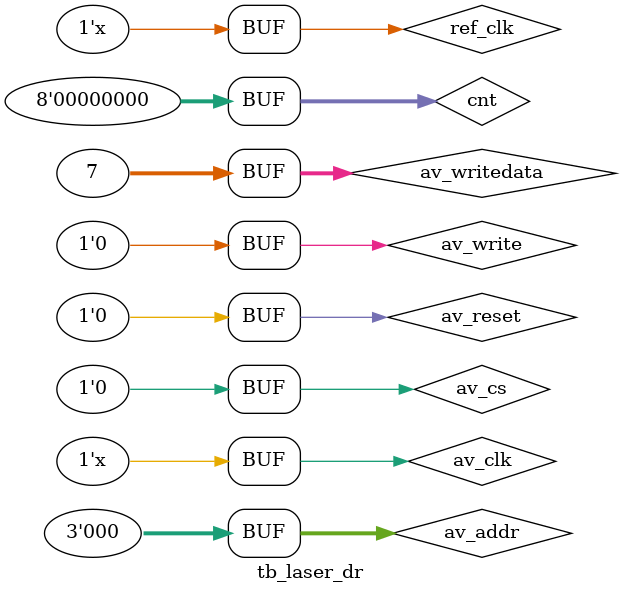
<source format=v>
`timescale 1ns/100ps
module tb_laser_dr();

reg av_clk;
reg av_reset;
reg av_cs;
reg [2:0] av_addr;
reg av_write;
reg [31:0] av_writedata;
wire driver_out;
reg [7:0] cnt;
reg comparator;
wire eq;
reg driver_out1;
reg ref_clk;
initial
begin
 av_clk=1;
 av_reset=1;
 av_cs=0;
 av_addr=0;
 av_write=0;
 av_writedata=0;
 cnt=0;
 comparator=0;
 driver_out1=0;
 ref_clk=1;
 #100
	 av_reset<=0;
 #500
     av_cs<=1;
	 av_addr<=3'd03;
	 av_write<=1;
	 av_writedata<=3; //delay
 #10
	 av_addr<=3'd02;
	 av_writedata<=30; //length
 #10 
     av_addr<=3'd04;
	 av_writedata<=5; //back delay
 #10 
     av_cs<=0;
	 av_addr<=3'd0;
	 av_write<=0;
 #10
     av_cs<=1;
	 av_write<=1;
	 av_addr<=3'd0;
	 av_writedata<=3'b001;
 #10 
     av_cs<=0;
	 av_addr<=3'd0;
	 av_write<=0;
 #500
     av_cs<=1;
	 av_write<=1;
	 av_addr<=3'd0;
	 av_writedata<=3'b011;	 
 #10 
     av_cs<=0;
	 av_addr<=3'd0;
	 av_write<=0;
 #500
     av_cs<=1;
	 av_write<=1;
	 av_addr<=3'd0;
	 av_writedata<=3'b101;	 
 #10 
     av_cs<=0;
	 av_addr<=3'd0;
	 av_write<=0;
 #500
     av_cs<=1;
	 av_write<=1;
	 av_addr<=3'd0;
	 av_writedata<=3'b111;	 
 #10 
     av_cs<=0;
	 av_addr<=3'd0;
	 av_write<=0;
end 

always #5 av_clk<=~av_clk; //Формирование клока
always #4 ref_clk<=~ref_clk; //Формирование клока

always@ (posedge driver_out)
         #130 begin
		     comparator<=1;
		     #24
			 comparator<=0;
			 end
			 
always@ (posedge av_clk)
driver_out1<=driver_out;
//initial #1000 $finish;

/*
laser_driver dr
(
.reset(0),          //global reset
.laser_en(driver_out),  //driver to laser
.comparator(comparator),     // signal from first comparator (start pulse)
//avalon mm slave (to CPU)
.avmms_clk(av_clk),   
.avmms_reset(av_reset),
.avmms_cs(av_cs),
.avmms_addr(av_addr),
.avmms_write(av_write),
.avmms_writedata(av_writedata)
//.avmms_read(),
//.avmms_readdata()
);*/

laser_driver driver 
(
.ref_clk(ref_clk), 
.driver_mod_en(1),
.laser_en(driver_out),
.comparator(comparator), 
.avmms_clk(av_clk),
.avmms_reset(av_reset),
.avmms_cs(av_cs),
.avmms_address(av_addr),
.avmms_write(av_write),
.avmms_writedata(av_writedata)//,
//.avmms_read(),
//.avmms_readdata()
);

endmodule 
</source>
